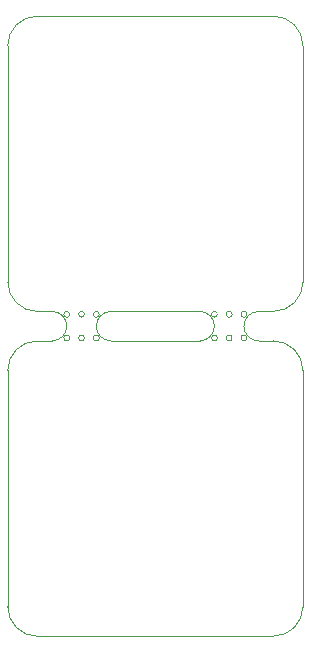
<source format=gbr>
%TF.GenerationSoftware,KiCad,Pcbnew,8.0.3*%
%TF.CreationDate,2024-07-26T09:17:15-04:00*%
%TF.ProjectId,touch_adaptor,746f7563-685f-4616-9461-70746f722e6b,rev?*%
%TF.SameCoordinates,Original*%
%TF.FileFunction,Profile,NP*%
%FSLAX46Y46*%
G04 Gerber Fmt 4.6, Leading zero omitted, Abs format (unit mm)*
G04 Created by KiCad (PCBNEW 8.0.3) date 2024-07-26 09:17:15*
%MOMM*%
%LPD*%
G01*
G04 APERTURE LIST*
%TA.AperFunction,Profile*%
%ADD10C,0.050000*%
%TD*%
G04 APERTURE END LIST*
D10*
X117750002Y-74749998D02*
G75*
G02*
X117250002Y-74749998I-250000J0D01*
G01*
X117250002Y-74749998D02*
G75*
G02*
X117750002Y-74749998I250000J0D01*
G01*
X117500004Y-73750000D02*
G75*
G02*
X116250004Y-75000000I-1250002J2D01*
G01*
X121250000Y-75000000D02*
G75*
G02*
X120000000Y-73750000I2J1250002D01*
G01*
X116250004Y-72499996D02*
G75*
G02*
X117500004Y-73749996I-2J-1250002D01*
G01*
X120000002Y-73749998D02*
G75*
G02*
X121250002Y-72499998I1250002J-2D01*
G01*
X117750002Y-72749998D02*
G75*
G02*
X117250002Y-72749998I-250000J0D01*
G01*
X117250002Y-72749998D02*
G75*
G02*
X117750002Y-72749998I250000J0D01*
G01*
X120250002Y-74749998D02*
G75*
G02*
X119750002Y-74749998I-250000J0D01*
G01*
X119750002Y-74749998D02*
G75*
G02*
X120250002Y-74749998I250000J0D01*
G01*
X119000002Y-74749998D02*
G75*
G02*
X118500002Y-74749998I-250000J0D01*
G01*
X118500002Y-74749998D02*
G75*
G02*
X119000002Y-74749998I250000J0D01*
G01*
X120250002Y-72749998D02*
G75*
G02*
X119750002Y-72749998I-250000J0D01*
G01*
X119750002Y-72749998D02*
G75*
G02*
X120250002Y-72749998I250000J0D01*
G01*
X119000002Y-72749998D02*
G75*
G02*
X118500002Y-72749998I-250000J0D01*
G01*
X118500002Y-72749998D02*
G75*
G02*
X119000002Y-72749998I250000J0D01*
G01*
X103750002Y-72499998D02*
G75*
G02*
X105000002Y-73749998I-2J-1250002D01*
G01*
X105000002Y-73750002D02*
G75*
G02*
X103750002Y-75000002I-1250002J2D01*
G01*
X108749998Y-75000002D02*
G75*
G02*
X107499998Y-73750002I2J1250002D01*
G01*
X107500000Y-73750000D02*
G75*
G02*
X108750000Y-72500000I1250000J0D01*
G01*
X105250000Y-72750000D02*
G75*
G02*
X104750000Y-72750000I-250000J0D01*
G01*
X104750000Y-72750000D02*
G75*
G02*
X105250000Y-72750000I250000J0D01*
G01*
X107750000Y-72750000D02*
G75*
G02*
X107250000Y-72750000I-250000J0D01*
G01*
X107250000Y-72750000D02*
G75*
G02*
X107750000Y-72750000I250000J0D01*
G01*
X106500000Y-72750000D02*
G75*
G02*
X106000000Y-72750000I-250000J0D01*
G01*
X106000000Y-72750000D02*
G75*
G02*
X106500000Y-72750000I250000J0D01*
G01*
X106500000Y-74750000D02*
G75*
G02*
X106000000Y-74750000I-250000J0D01*
G01*
X106000000Y-74750000D02*
G75*
G02*
X106500000Y-74750000I250000J0D01*
G01*
X107750000Y-74750000D02*
G75*
G02*
X107250000Y-74750000I-250000J0D01*
G01*
X107250000Y-74750000D02*
G75*
G02*
X107750000Y-74750000I250000J0D01*
G01*
X105250000Y-74750000D02*
G75*
G02*
X104750000Y-74750000I-250000J0D01*
G01*
X104750000Y-74750000D02*
G75*
G02*
X105250000Y-74750000I250000J0D01*
G01*
X122500000Y-75000000D02*
X121250000Y-75000000D01*
X122500000Y-72500000D02*
X121250000Y-72500000D01*
X116250000Y-75000000D02*
X108749998Y-75000002D01*
X116250000Y-72500000D02*
X108750000Y-72500000D01*
X103750000Y-75000000D02*
X102500000Y-75000000D01*
X103750000Y-72500000D02*
X102500000Y-72500000D01*
X102500000Y-100000000D02*
G75*
G02*
X100000000Y-97500000I0J2500000D01*
G01*
X100000000Y-77500000D02*
G75*
G02*
X102500000Y-75000000I2500000J0D01*
G01*
X100000000Y-50000000D02*
X100000000Y-70000000D01*
X100000000Y-77500000D02*
X100000000Y-97500000D01*
X102500000Y-72500000D02*
G75*
G02*
X100000000Y-70000000I0J2500000D01*
G01*
X122500000Y-75000000D02*
G75*
G02*
X125000000Y-77500000I0J-2500000D01*
G01*
X100000000Y-50000000D02*
G75*
G02*
X102500000Y-47500000I2500000J0D01*
G01*
X125000000Y-70000000D02*
X125000000Y-50000000D01*
X102500000Y-100000000D02*
X122500000Y-100000000D01*
X125000000Y-70000000D02*
G75*
G02*
X122500000Y-72500000I-2500000J0D01*
G01*
X125000000Y-97500000D02*
X125000000Y-77500000D01*
X122500000Y-47500000D02*
X102500000Y-47500000D01*
X125000000Y-97500000D02*
G75*
G02*
X122500000Y-100000000I-2500000J0D01*
G01*
X122500000Y-47500000D02*
G75*
G02*
X125000000Y-50000000I0J-2500000D01*
G01*
M02*

</source>
